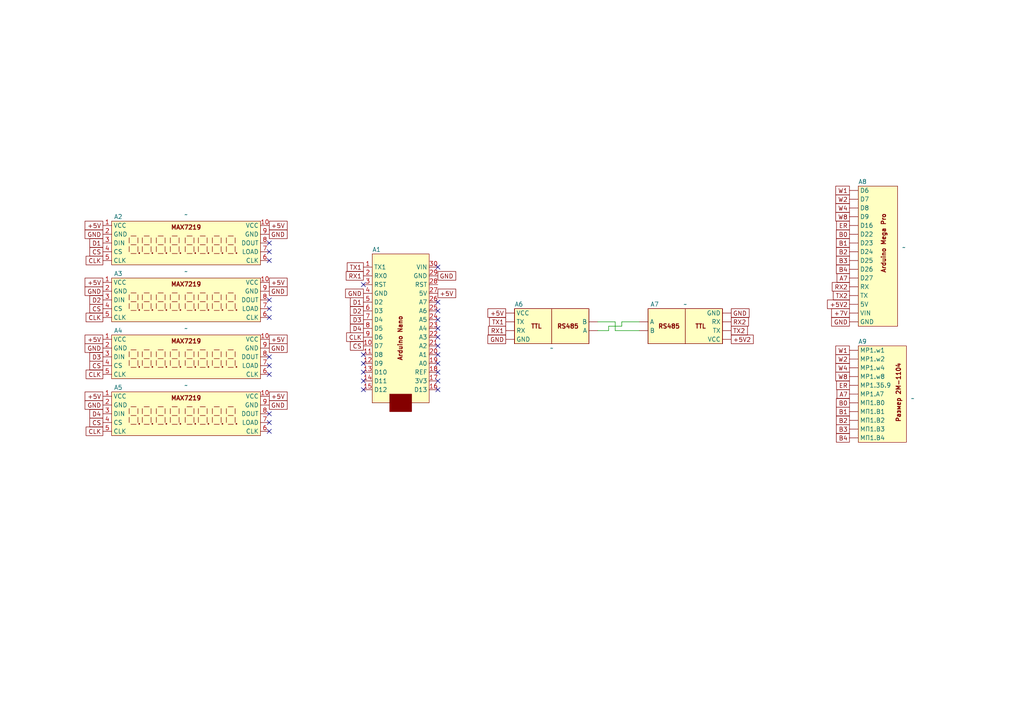
<source format=kicad_sch>
(kicad_sch (version 20231120) (generator "eeschema") (generator_version "8.0")
  (paper "A4")
  (title_block (title "LED Display"))
  (lib_symbols
    (symbol "Arduino:Arduino_Mega_Pro"
      (property "Reference" "A" (at 3.048 -0.254 0))
      (symbol "Arduino_Mega_Pro_1_1"
        (rectangle (start 2.54 -1.27) (end 13.97 -41.91) (fill (type background)))
        (text "Arduino Mega Pro" (at 9.906 -17.78 900) (effects (font (size 1.27 1.27) (bold yes))))
        (pin passive line (at 0 -35.56 0) (length 2.54) (name "5V") (number ""))
        (pin passive line (at 0 -12.7 0) (length 2.54) (name "D16") (number ""))
        (pin passive line (at 0 -15.24 0) (length 2.54) (name "D22") (number ""))
        (pin passive line (at 0 -17.78 0) (length 2.54) (name "D23") (number ""))
        (pin passive line (at 0 -20.32 0) (length 2.54) (name "D24") (number ""))
        (pin passive line (at 0 -22.86 0) (length 2.54) (name "D25") (number ""))
        (pin passive line (at 0 -25.4 0) (length 2.54) (name "D26") (number ""))
        (pin passive line (at 0 -27.94 0) (length 2.54) (name "D27") (number ""))
        (pin passive line (at 0 -2.54 0) (length 2.54) (name "D6") (number ""))
        (pin passive line (at 0 -5.08 0) (length 2.54) (name "D7") (number ""))
        (pin passive line (at 0 -7.62 0) (length 2.54) (name "D8") (number ""))
        (pin passive line (at 0 -10.16 0) (length 2.54) (name "D9") (number ""))
        (pin passive line (at 0 -40.64 0) (length 2.54) (name "GND") (number ""))
        (pin passive line (at 0 -30.48 0) (length 2.54) (name "RX") (number ""))
        (pin passive line (at 0 -33.02 0) (length 2.54) (name "TX") (number ""))
        (pin passive line (at 0 -38.1 0) (length 2.54) (name "VIN") (number ""))
      )
    )
    (symbol "Arduino:Arduino_Nano"
      (property "Reference" "A" (at 8.636 2.54 0))
      (property "Value" "Arduino Nano" (at 8.382 -0.508 0))
      (symbol "Arduino_Nano_1_1"
        (rectangle (start 0 1.27) (end 16.51 -41.91) (fill (type background)))
        (rectangle (start 5.08 -39.37) (end 11.43 -44.45) (fill (type outline)))
        (text "Arduino Nano" (at 8.128 -23.114 900) (effects (font (size 1.27 1.27) (bold yes))))
        (pin passive line (at -2.54 -2.54 0) (length 2.54) (name "TX1") (number "1"))
        (pin passive line (at -2.54 -25.4 0) (length 2.54) (name "D7") (number "10"))
        (pin passive line (at -2.54 -27.94 0) (length 2.54) (name "D8") (number "11"))
        (pin passive line (at -2.54 -30.48 0) (length 2.54) (name "D9") (number "12"))
        (pin passive line (at -2.54 -33.02 0) (length 2.54) (name "D10") (number "13"))
        (pin passive line (at -2.54 -35.56 0) (length 2.54) (name "D11") (number "14"))
        (pin passive line (at -2.54 -38.1 0) (length 2.54) (name "D12") (number "15"))
        (pin passive line (at 19.05 -38.1 180) (length 2.54) (name "D13") (number "16"))
        (pin passive line (at 19.05 -35.56 180) (length 2.54) (name "3V3") (number "17"))
        (pin passive line (at 19.05 -33.02 180) (length 2.54) (name "REF") (number "18"))
        (pin passive line (at 19.05 -30.48 180) (length 2.54) (name "A0") (number "19"))
        (pin passive line (at -2.54 -5.08 0) (length 2.54) (name "RX0") (number "2"))
        (pin passive line (at 19.05 -27.94 180) (length 2.54) (name "A1") (number "20"))
        (pin passive line (at 19.05 -25.4 180) (length 2.54) (name "A2") (number "21"))
        (pin passive line (at 19.05 -22.86 180) (length 2.54) (name "A3") (number "22"))
        (pin passive line (at 19.05 -20.32 180) (length 2.54) (name "A4") (number "23"))
        (pin passive line (at 19.05 -17.78 180) (length 2.54) (name "A5") (number "24"))
        (pin passive line (at 19.05 -15.24 180) (length 2.54) (name "A6") (number "25"))
        (pin passive line (at 19.05 -12.7 180) (length 2.54) (name "A7") (number "26"))
        (pin passive line (at 19.05 -10.16 180) (length 2.54) (name "5V") (number "27"))
        (pin passive line (at 19.05 -7.62 180) (length 2.54) (name "RST") (number "28"))
        (pin passive line (at 19.05 -5.08 180) (length 2.54) (name "GND") (number "29"))
        (pin passive line (at -2.54 -7.62 0) (length 2.54) (name "RST") (number "3"))
        (pin passive line (at 19.05 -2.54 180) (length 2.54) (name "VIN") (number "30"))
        (pin passive line (at -2.54 -10.16 0) (length 2.54) (name "GND") (number "4"))
        (pin passive line (at -2.54 -12.7 0) (length 2.54) (name "D2") (number "5"))
        (pin passive line (at -2.54 -15.24 0) (length 2.54) (name "D3") (number "6"))
        (pin passive line (at -2.54 -17.78 0) (length 2.54) (name "D4") (number "7"))
        (pin passive line (at -2.54 -20.32 0) (length 2.54) (name "D5") (number "8"))
        (pin passive line (at -2.54 -22.86 0) (length 2.54) (name "D6") (number "9"))
      )
    )
    (symbol "Arduino:Display_MAX7219"
      (property "Reference" "A" (at 0 2.54 0))
      (symbol "Display_MAX7219_0_1"
        (polyline (pts (xy 7.62 -7.62) (xy 7.62 -6.096)))
        (polyline (pts (xy 7.62 -5.08) (xy 7.62 -3.556)))
        (polyline (pts (xy 8.128 -8.128) (xy 9.652 -8.128)))
        (polyline (pts (xy 8.128 -5.588) (xy 9.652 -5.588)))
        (polyline (pts (xy 8.128 -3.048) (xy 9.652 -3.048)))
        (polyline (pts (xy 10.16 -6.096) (xy 10.16 -7.62)))
        (polyline (pts (xy 10.16 -5.08) (xy 10.16 -3.556)))
        (polyline (pts (xy 11.43 -7.62) (xy 11.43 -6.096)))
        (polyline (pts (xy 11.43 -5.08) (xy 11.43 -3.556)))
        (polyline (pts (xy 11.938 -8.128) (xy 13.462 -8.128)))
        (polyline (pts (xy 11.938 -5.588) (xy 13.462 -5.588)))
        (polyline (pts (xy 11.938 -3.048) (xy 13.462 -3.048)))
        (polyline (pts (xy 13.97 -6.096) (xy 13.97 -7.62)))
        (polyline (pts (xy 13.97 -5.08) (xy 13.97 -3.556)))
        (polyline (pts (xy 15.494 -7.62) (xy 15.494 -6.096)))
        (polyline (pts (xy 15.494 -5.08) (xy 15.494 -3.556)))
        (polyline (pts (xy 16.002 -8.128) (xy 17.526 -8.128)))
        (polyline (pts (xy 16.002 -5.588) (xy 17.526 -5.588)))
        (polyline (pts (xy 16.002 -3.048) (xy 17.526 -3.048)))
        (polyline (pts (xy 18.034 -6.096) (xy 18.034 -7.62)))
        (polyline (pts (xy 18.034 -5.08) (xy 18.034 -3.556)))
        (polyline (pts (xy 19.558 -7.62) (xy 19.558 -6.096)))
        (polyline (pts (xy 19.558 -5.08) (xy 19.558 -3.556)))
        (polyline (pts (xy 20.066 -8.128) (xy 21.59 -8.128)))
        (polyline (pts (xy 20.066 -5.588) (xy 21.59 -5.588)))
        (polyline (pts (xy 20.066 -3.048) (xy 21.59 -3.048)))
        (polyline (pts (xy 22.098 -6.096) (xy 22.098 -7.62)))
        (polyline (pts (xy 22.098 -5.08) (xy 22.098 -3.556)))
        (polyline (pts (xy 23.876 -7.62) (xy 23.876 -6.096)))
        (polyline (pts (xy 23.876 -5.08) (xy 23.876 -3.556)))
        (polyline (pts (xy 24.384 -8.128) (xy 25.908 -8.128)))
        (polyline (pts (xy 24.384 -5.588) (xy 25.908 -5.588)))
        (polyline (pts (xy 24.384 -3.048) (xy 25.908 -3.048)))
        (polyline (pts (xy 26.416 -6.096) (xy 26.416 -7.62)))
        (polyline (pts (xy 26.416 -5.08) (xy 26.416 -3.556)))
        (polyline (pts (xy 27.686 -7.62) (xy 27.686 -6.096)))
        (polyline (pts (xy 27.686 -5.08) (xy 27.686 -3.556)))
        (polyline (pts (xy 28.194 -8.128) (xy 29.718 -8.128)))
        (polyline (pts (xy 28.194 -5.588) (xy 29.718 -5.588)))
        (polyline (pts (xy 28.194 -3.048) (xy 29.718 -3.048)))
        (polyline (pts (xy 30.226 -6.096) (xy 30.226 -7.62)))
        (polyline (pts (xy 30.226 -5.08) (xy 30.226 -3.556)))
        (polyline (pts (xy 31.75 -7.62) (xy 31.75 -6.096)))
        (polyline (pts (xy 31.75 -5.08) (xy 31.75 -3.556)))
        (polyline (pts (xy 32.258 -8.128) (xy 33.782 -8.128)))
        (polyline (pts (xy 32.258 -5.588) (xy 33.782 -5.588)))
        (polyline (pts (xy 32.258 -3.048) (xy 33.782 -3.048)))
        (polyline (pts (xy 34.29 -6.096) (xy 34.29 -7.62)))
        (polyline (pts (xy 34.29 -5.08) (xy 34.29 -3.556)))
        (polyline (pts (xy 35.814 -7.62) (xy 35.814 -6.096)))
        (polyline (pts (xy 35.814 -5.08) (xy 35.814 -3.556)))
        (polyline (pts (xy 36.322 -8.128) (xy 37.846 -8.128)))
        (polyline (pts (xy 36.322 -5.588) (xy 37.846 -5.588)))
        (polyline (pts (xy 36.322 -3.048) (xy 37.846 -3.048)))
        (polyline (pts (xy 38.354 -6.096) (xy 38.354 -7.62)))
        (polyline (pts (xy 38.354 -5.08) (xy 38.354 -3.556)))
      )
      (symbol "Display_MAX7219_1_1"
        (rectangle (start 2.54 1.27) (end 45.72 -11.43) (fill (type background)))
        (rectangle (start 10.414 -7.874) (end 10.668 -8.128) (fill (type outline)))
        (rectangle (start 14.224 -7.874) (end 14.478 -8.128) (fill (type outline)))
        (rectangle (start 18.288 -7.874) (end 18.542 -8.128) (fill (type outline)))
        (rectangle (start 22.352 -7.874) (end 22.606 -8.128) (fill (type outline)))
        (rectangle (start 26.67 -7.874) (end 26.924 -8.128) (fill (type outline)))
        (rectangle (start 30.48 -7.874) (end 30.734 -8.128) (fill (type outline)))
        (rectangle (start 34.544 -7.874) (end 34.798 -8.128) (fill (type outline)))
        (rectangle (start 38.608 -7.874) (end 38.862 -8.128) (fill (type outline)))
        (text "MAX7219" (at 24.13 -0.508 0) (effects (font (size 1.27 1.27) (bold yes))))
        (pin power_in line (at 0 0 0) (length 2.54) (name "VCC") (number "1"))
        (pin power_in line (at 48.26 0 180) (length 2.54) (name "VCC") (number "10"))
        (pin power_in line (at 0 -2.54 0) (length 2.54) (name "GND") (number "2"))
        (pin input line (at 0 -5.08 0) (length 2.54) (name "DIN") (number "3"))
        (pin input line (at 0 -7.62 0) (length 2.54) (name "CS") (number "4"))
        (pin input line (at 0 -10.16 0) (length 2.54) (name "CLK") (number "5"))
        (pin input line (at 48.26 -10.16 180) (length 2.54) (name "CLK") (number "6"))
        (pin input line (at 48.26 -7.62 180) (length 2.54) (name "LOAD") (number "7"))
        (pin output line (at 48.26 -5.08 180) (length 2.54) (name "DOUT") (number "8"))
        (pin power_in line (at 48.26 -2.54 180) (length 2.54) (name "GND") (number "9"))
      )
    )
    (symbol "Arduino:Razmer_2M_1104"
      (property "Reference" "A" (at 0 0 0))
      (symbol "Razmer_2M_1104_1_1"
        (rectangle (start 2.54 -1.27) (end 16.51 -29.21) (fill (type background)))
        (text "Размер 2М-1104" (at 14.224 -14.732 900) (effects (font (size 1.27 1.27) (bold yes))))
        (pin passive line (at 0 -17.78 0) (length 2.54) (name "МП1.В0") (number ""))
        (pin passive line (at 0 -20.32 0) (length 2.54) (name "МП1.В1") (number ""))
        (pin passive line (at 0 -22.86 0) (length 2.54) (name "МП1.В2") (number ""))
        (pin passive line (at 0 -25.4 0) (length 2.54) (name "МП1.В3") (number ""))
        (pin passive line (at 0 -27.94 0) (length 2.54) (name "МП1.В4") (number ""))
        (pin passive line (at 0 -12.7 0) (length 2.54) (name "МР1.3Б.9") (number ""))
        (pin passive line (at 0 -15.24 0) (length 2.54) (name "МР1.A7") (number ""))
        (pin passive line (at 0 -2.54 0) (length 2.54) (name "МР1.w1") (number ""))
        (pin passive line (at 0 -5.08 0) (length 2.54) (name "МР1.w2") (number ""))
        (pin passive line (at 0 -7.62 0) (length 2.54) (name "МР1.w4") (number ""))
        (pin passive line (at 0 -10.16 0) (length 2.54) (name "МР1.w8") (number ""))
      )
    )
    (symbol "Arduino:TTL_to_RS485"
      (property "Reference" "A" (at -0.508 3.556 0))
      (symbol "TTL_to_RS485_1_1"
        (rectangle (start -2.54 0) (end 8.255 -10.16) (fill (type background)))
        (rectangle (start -2.54 0) (end 19.05 -10.16) (fill (type background)))
        (rectangle (start 8.255 0) (end 19.05 -10.16))
        (text "RS485\n" (at 3.556 -5.08 0) (effects (font (size 1.27 1.27) (bold yes))))
        (text "TTL" (at 12.7 -5.08 0) (effects (font (size 1.27 1.27) (bold yes))))
        (pin passive line (at -5.08 -3.81 0) (length 2.54) (name "A") (number ""))
        (pin passive line (at -5.08 -6.35 0) (length 2.54) (name "B") (number ""))
        (pin passive line (at 21.59 -1.27 180) (length 2.54) (name "GND") (number ""))
        (pin passive line (at 21.59 -3.81 180) (length 2.54) (name "RX") (number ""))
        (pin passive line (at 21.59 -6.35 180) (length 2.54) (name "TX") (number ""))
        (pin passive line (at 21.59 -8.89 180) (length 2.54) (name "VCC") (number ""))
      )
    )
    (symbol "TTL_to_RS485_1"
      (property "Reference" "A" (at -0.508 3.556 0))
      (symbol "TTL_to_RS485_1_1_1"
        (rectangle (start -2.54 0) (end 8.255 -10.16) (fill (type background)))
        (rectangle (start -2.54 0) (end 19.05 -10.16) (fill (type background)))
        (rectangle (start 8.255 0) (end 19.05 -10.16))
        (text "RS485\n" (at 3.556 -5.08 0) (effects (font (size 1.27 1.27) (bold yes))))
        (text "TTL" (at 12.7 -5.08 0) (effects (font (size 1.27 1.27) (bold yes))))
        (pin passive line (at -5.08 -3.81 0) (length 2.54) (name "A") (number ""))
        (pin passive line (at -5.08 -6.35 0) (length 2.54) (name "B") (number ""))
        (pin passive line (at 21.59 -1.27 180) (length 2.54) (name "GND") (number ""))
        (pin passive line (at 21.59 -3.81 180) (length 2.54) (name "RX") (number ""))
        (pin passive line (at 21.59 -6.35 180) (length 2.54) (name "TX") (number ""))
        (pin passive line (at 21.59 -8.89 180) (length 2.54) (name "VCC") (number ""))
      )
    )
  )
  (no_connect (at 78.105 86.995))
  (no_connect (at 127 92.71))
  (no_connect (at 78.105 73.025))
  (no_connect (at 127 77.47))
  (no_connect (at 105.41 82.55))
  (no_connect (at 78.105 70.485))
  (no_connect (at 127 113.03))
  (no_connect (at 78.105 89.535))
  (no_connect (at 105.41 110.49))
  (no_connect (at 78.105 92.075))
  (no_connect (at 127 97.79))
  (no_connect (at 78.105 108.585))
  (no_connect (at 78.105 125.095))
  (no_connect (at 78.105 106.045))
  (no_connect (at 127 90.17))
  (no_connect (at 78.105 103.505))
  (no_connect (at 127 102.87))
  (no_connect (at 78.105 75.565))
  (no_connect (at 127 110.49))
  (no_connect (at 105.41 102.87))
  (no_connect (at 105.41 105.41))
  (no_connect (at 105.41 107.95))
  (no_connect (at 127 100.33))
  (no_connect (at 127 107.95))
  (no_connect (at 127 105.41))
  (no_connect (at 105.41 113.03))
  (no_connect (at 127 87.63))
  (no_connect (at 78.105 122.555))
  (no_connect (at 127 95.25))
  (no_connect (at 78.105 120.015))
  (wire (pts (xy 180.34 94.615) (xy 176.53 94.615)))
  (wire (pts (xy 173.355 93.345) (xy 178.435 93.345)))
  (wire (pts (xy 176.53 95.885) (xy 173.355 95.885)))
  (wire (pts (xy 180.34 93.345) (xy 180.34 94.615)))
  (wire (pts (xy 185.42 93.345) (xy 180.34 93.345)))
  (wire (pts (xy 178.435 93.345) (xy 178.435 95.885)))
  (wire (pts (xy 176.53 94.615) (xy 176.53 95.885)))
  (wire (pts (xy 178.435 95.885) (xy 185.42 95.885)))
  (global_label "GND" (shape passive) (at 78.105 84.455 0) (property "Intersheetrefs" "${INTERSHEET_REFS}" (effects (hide yes))))
  (global_label "RX2" (shape passive) (at 246.38 83.185 180) (property "Intersheetrefs" "${INTERSHEET_REFS}" (effects (hide yes))))
  (global_label "W1" (shape passive) (at 246.38 101.6 180) (property "Intersheetrefs" "${INTERSHEET_REFS}" (effects (hide yes))))
  (global_label "W1" (shape passive) (at 246.38 55.245 180) (property "Intersheetrefs" "${INTERSHEET_REFS}" (effects (hide yes))))
  (global_label "RX1" (shape passive) (at 146.685 95.885 180) (property "Intersheetrefs" "${INTERSHEET_REFS}" (effects (hide yes))))
  (global_label "CLK" (shape passive) (at 29.845 125.095 180) (property "Intersheetrefs" "${INTERSHEET_REFS}" (effects (hide yes))))
  (global_label "+5V" (shape passive) (at 78.105 65.405 0) (property "Intersheetrefs" "${INTERSHEET_REFS}" (effects (hide yes))))
  (global_label "+5V" (shape passive) (at 29.845 98.425 180) (property "Intersheetrefs" "${INTERSHEET_REFS}" (effects (hide yes))))
  (global_label "W2" (shape passive) (at 246.38 57.785 180) (property "Intersheetrefs" "${INTERSHEET_REFS}" (effects (hide yes))))
  (global_label "GND" (shape passive) (at 78.105 67.945 0) (property "Intersheetrefs" "${INTERSHEET_REFS}" (effects (hide yes))))
  (global_label "CLK" (shape passive) (at 29.845 92.075 180) (property "Intersheetrefs" "${INTERSHEET_REFS}" (effects (hide yes))))
  (global_label "CS" (shape passive) (at 29.845 122.555 180) (property "Intersheetrefs" "${INTERSHEET_REFS}" (effects (hide yes))))
  (global_label "TX1" (shape passive) (at 105.41 77.47 180) (property "Intersheetrefs" "${INTERSHEET_REFS}" (effects (hide yes))))
  (global_label "D1" (shape passive) (at 29.845 70.485 180) (property "Intersheetrefs" "${INTERSHEET_REFS}" (effects (hide yes))))
  (global_label "GND" (shape passive) (at 29.845 84.455 180) (property "Intersheetrefs" "${INTERSHEET_REFS}" (effects (hide yes))))
  (global_label "ER" (shape passive) (at 246.38 111.76 180) (property "Intersheetrefs" "${INTERSHEET_REFS}" (effects (hide yes))))
  (global_label "D3" (shape passive) (at 29.845 103.505 180) (property "Intersheetrefs" "${INTERSHEET_REFS}" (effects (hide yes))))
  (global_label "GND" (shape passive) (at 146.685 98.425 180) (property "Intersheetrefs" "${INTERSHEET_REFS}" (effects (hide yes))))
  (global_label "CLK" (shape passive) (at 29.845 108.585 180) (property "Intersheetrefs" "${INTERSHEET_REFS}" (effects (hide yes))))
  (global_label "D4" (shape passive) (at 29.845 120.015 180) (property "Intersheetrefs" "${INTERSHEET_REFS}" (effects (hide yes))))
  (global_label "B3" (shape passive) (at 246.38 124.46 180) (property "Intersheetrefs" "${INTERSHEET_REFS}" (effects (hide yes))))
  (global_label "GND" (shape passive) (at 29.845 67.945 180) (property "Intersheetrefs" "${INTERSHEET_REFS}" (effects (hide yes))))
  (global_label "TX2" (shape passive) (at 246.38 85.725 180) (property "Intersheetrefs" "${INTERSHEET_REFS}" (effects (hide yes))))
  (global_label "ER" (shape passive) (at 246.38 65.405 180) (property "Intersheetrefs" "${INTERSHEET_REFS}" (effects (hide yes))))
  (global_label "D4" (shape passive) (at 105.41 95.25 180) (property "Intersheetrefs" "${INTERSHEET_REFS}" (effects (hide yes))))
  (global_label "RX1" (shape passive) (at 105.41 80.01 180) (property "Intersheetrefs" "${INTERSHEET_REFS}" (effects (hide yes))))
  (global_label "D1" (shape passive) (at 105.41 87.63 180) (property "Intersheetrefs" "${INTERSHEET_REFS}" (effects (hide yes))))
  (global_label "B2" (shape passive) (at 246.38 73.025 180) (property "Intersheetrefs" "${INTERSHEET_REFS}" (effects (hide yes))))
  (global_label "RX2" (shape passive) (at 212.09 93.345 0) (property "Intersheetrefs" "${INTERSHEET_REFS}" (effects (hide yes))))
  (global_label "B1" (shape passive) (at 246.38 70.485 180) (property "Intersheetrefs" "${INTERSHEET_REFS}" (effects (hide yes))))
  (global_label "W8" (shape passive) (at 246.38 62.865 180) (property "Intersheetrefs" "${INTERSHEET_REFS}" (effects (hide yes))))
  (global_label "B4" (shape passive) (at 246.38 78.105 180) (property "Intersheetrefs" "${INTERSHEET_REFS}" (effects (hide yes))))
  (global_label "GND" (shape passive) (at 78.105 100.965 0) (property "Intersheetrefs" "${INTERSHEET_REFS}" (effects (hide yes))))
  (global_label "+5V" (shape passive) (at 146.685 90.805 180) (property "Intersheetrefs" "${INTERSHEET_REFS}" (effects (hide yes))))
  (global_label "A7" (shape passive) (at 246.38 80.645 180) (property "Intersheetrefs" "${INTERSHEET_REFS}" (effects (hide yes))))
  (global_label "GND" (shape passive) (at 246.38 93.345 180) (property "Intersheetrefs" "${INTERSHEET_REFS}" (effects (hide yes))))
  (global_label "B1" (shape passive) (at 246.38 119.38 180) (property "Intersheetrefs" "${INTERSHEET_REFS}" (effects (hide yes))))
  (global_label "B4" (shape passive) (at 246.38 127 180) (property "Intersheetrefs" "${INTERSHEET_REFS}" (effects (hide yes))))
  (global_label "B3" (shape passive) (at 246.38 75.565 180) (property "Intersheetrefs" "${INTERSHEET_REFS}" (effects (hide yes))))
  (global_label "GND" (shape passive) (at 29.845 100.965 180) (property "Intersheetrefs" "${INTERSHEET_REFS}" (effects (hide yes))))
  (global_label "+5V2" (shape passive) (at 246.38 88.265 180) (property "Intersheetrefs" "${INTERSHEET_REFS}" (effects (hide yes))))
  (global_label "+5V" (shape passive) (at 78.105 98.425 0) (property "Intersheetrefs" "${INTERSHEET_REFS}" (effects (hide yes))))
  (global_label "GND" (shape passive) (at 212.09 90.805 0) (property "Intersheetrefs" "${INTERSHEET_REFS}" (effects (hide yes))))
  (global_label "CLK" (shape passive) (at 105.41 97.79 180) (property "Intersheetrefs" "${INTERSHEET_REFS}" (effects (hide yes))))
  (global_label "W8" (shape passive) (at 246.38 109.22 180) (property "Intersheetrefs" "${INTERSHEET_REFS}" (effects (hide yes))))
  (global_label "W4" (shape passive) (at 246.38 60.325 180) (property "Intersheetrefs" "${INTERSHEET_REFS}" (effects (hide yes))))
  (global_label "+5V" (shape passive) (at 29.845 81.915 180) (property "Intersheetrefs" "${INTERSHEET_REFS}" (effects (hide yes))))
  (global_label "+5V" (shape passive) (at 78.105 81.915 0) (property "Intersheetrefs" "${INTERSHEET_REFS}" (effects (hide yes))))
  (global_label "W2" (shape passive) (at 246.38 104.14 180) (property "Intersheetrefs" "${INTERSHEET_REFS}" (effects (hide yes))))
  (global_label "B0" (shape passive) (at 246.38 67.945 180) (property "Intersheetrefs" "${INTERSHEET_REFS}" (effects (hide yes))))
  (global_label "B0" (shape passive) (at 246.38 116.84 180) (property "Intersheetrefs" "${INTERSHEET_REFS}" (effects (hide yes))))
  (global_label "CS" (shape passive) (at 29.845 73.025 180) (property "Intersheetrefs" "${INTERSHEET_REFS}" (effects (hide yes))))
  (global_label "D2" (shape passive) (at 105.41 90.17 180) (property "Intersheetrefs" "${INTERSHEET_REFS}" (effects (hide yes))))
  (global_label "A7" (shape passive) (at 246.38 114.3 180) (property "Intersheetrefs" "${INTERSHEET_REFS}" (effects (hide yes))))
  (global_label "+5V" (shape passive) (at 29.845 65.405 180) (property "Intersheetrefs" "${INTERSHEET_REFS}" (effects (hide yes))))
  (global_label "CLK" (shape passive) (at 29.845 75.565 180) (property "Intersheetrefs" "${INTERSHEET_REFS}" (effects (hide yes))))
  (global_label "D2" (shape passive) (at 29.845 86.995 180) (property "Intersheetrefs" "${INTERSHEET_REFS}" (effects (hide yes))))
  (global_label "CS" (shape passive) (at 29.845 106.045 180) (property "Intersheetrefs" "${INTERSHEET_REFS}" (effects (hide yes))))
  (global_label "+7V" (shape passive) (at 246.38 90.805 180) (property "Intersheetrefs" "${INTERSHEET_REFS}" (effects (hide yes))))
  (global_label "GND" (shape passive) (at 127 80.01 0) (property "Intersheetrefs" "${INTERSHEET_REFS}" (effects (hide yes))))
  (global_label "CS" (shape passive) (at 105.41 100.33 180) (property "Intersheetrefs" "${INTERSHEET_REFS}" (effects (hide yes))))
  (global_label "GND" (shape passive) (at 105.41 85.09 180) (property "Intersheetrefs" "${INTERSHEET_REFS}" (effects (hide yes))))
  (global_label "GND" (shape passive) (at 78.105 117.475 0) (property "Intersheetrefs" "${INTERSHEET_REFS}" (effects (hide yes))))
  (global_label "W4" (shape passive) (at 246.38 106.68 180) (property "Intersheetrefs" "${INTERSHEET_REFS}" (effects (hide yes))))
  (global_label "+5V" (shape passive) (at 29.845 114.935 180) (property "Intersheetrefs" "${INTERSHEET_REFS}" (effects (hide yes))))
  (global_label "+5V2" (shape passive) (at 212.09 98.425 0) (property "Intersheetrefs" "${INTERSHEET_REFS}" (effects (hide yes))))
  (global_label "GND" (shape passive) (at 29.845 117.475 180) (property "Intersheetrefs" "${INTERSHEET_REFS}" (effects (hide yes))))
  (global_label "+5V" (shape passive) (at 127 85.09 0) (property "Intersheetrefs" "${INTERSHEET_REFS}" (effects (hide yes))))
  (global_label "D3" (shape passive) (at 105.41 92.71 180) (property "Intersheetrefs" "${INTERSHEET_REFS}" (effects (hide yes))))
  (global_label "TX2" (shape passive) (at 212.09 95.885 0) (property "Intersheetrefs" "${INTERSHEET_REFS}" (effects (hide yes))))
  (global_label "CS" (shape passive) (at 29.845 89.535 180) (property "Intersheetrefs" "${INTERSHEET_REFS}" (effects (hide yes))))
  (global_label "+5V" (shape passive) (at 78.105 114.935 0) (property "Intersheetrefs" "${INTERSHEET_REFS}" (effects (hide yes))))
  (global_label "B2" (shape passive) (at 246.38 121.92 180) (property "Intersheetrefs" "${INTERSHEET_REFS}" (effects (hide yes))))
  (global_label "TX1" (shape passive) (at 146.685 93.345 180) (property "Intersheetrefs" "${INTERSHEET_REFS}" (effects (hide yes))))
  (symbol (lib_id "Arduino:Display_MAX7219") (at 29.845 114.935 0) (unit 1)
    (property "Reference" "A5" (at 34.29 112.395 0))
    (property "Value" "~" (at 53.975 111.76 0))
    (property "Footprint" "Arduino:Display_MAX7219" (effects (hide yes)))
  )
  (symbol (lib_id "Arduino:Display_MAX7219") (at 29.845 81.915 0) (unit 1)
    (property "Reference" "A3" (at 34.29 79.375 0))
    (property "Value" "~" (at 53.975 78.74 0))
    (property "Footprint" "Arduino:Display_MAX7219" (effects (hide yes)))
  )
  (symbol (lib_name "TTL_to_RS485_1") (lib_id "Arduino:TTL_to_RS485") (at 168.275 99.695 180) (unit 1)
    (property "Reference" "A6" (at 150.495 88.265 0))
    (property "Value" "~" (at 160.02 100.965 0))
  )
  (symbol (lib_id "Arduino:Razmer_2M_1104") (at 246.38 99.06 0) (unit 1)
    (property "Reference" "A9" (at 248.92 99.06 0) (effects (justify left)))
    (property "Value" "~" (at 264.16 115.57 0) (effects (justify left)))
  )
  (symbol (lib_id "Arduino:Display_MAX7219") (at 29.845 65.405 0) (unit 1)
    (property "Reference" "A2" (at 34.29 62.865 0))
    (property "Value" "~" (at 53.975 62.23 0))
    (property "Footprint" "Arduino:Display_MAX7219" (effects (hide yes)))
  )
  (symbol (lib_id "Arduino:TTL_to_RS485") (at 190.5 89.535 0) (unit 1)
    (property "Reference" "A7" (at 189.865 88.265 0))
    (property "Value" "~" (at 198.755 88.265 0))
  )
  (symbol (lib_id "Arduino:Arduino_Mega_Pro") (at 246.38 52.705 0) (unit 1)
    (property "Reference" "A8" (at 248.92 52.705 0) (effects (justify left)))
    (property "Value" "~" (at 261.62 71.755 0) (effects (justify left)))
  )
  (symbol (lib_id "Arduino:Display_MAX7219") (at 29.845 98.425 0) (unit 1)
    (property "Reference" "A4" (at 34.29 95.885 0))
    (property "Value" "~" (at 53.975 95.25 0))
    (property "Footprint" "Arduino:Display_MAX7219" (effects (hide yes)))
  )
  (symbol (lib_id "Arduino:Arduino_Nano") (at 107.95 74.93 0) (unit 1)
    (property "Reference" "A1" (at 109.22 72.39 0))
    (property "Value" "Arduino Nano" (effects (hide yes)))
  )
)
</source>
